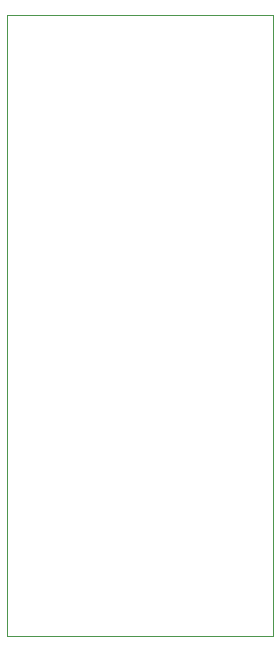
<source format=gko>
G04 #@! TF.GenerationSoftware,KiCad,Pcbnew,5.1.4*
G04 #@! TF.CreationDate,2019-09-02T18:10:03+03:00*
G04 #@! TF.ProjectId,bluepill_stlink,626c7565-7069-46c6-9c5f-73746c696e6b,rev?*
G04 #@! TF.SameCoordinates,Original*
G04 #@! TF.FileFunction,Profile,NP*
%FSLAX46Y46*%
G04 Gerber Fmt 4.6, Leading zero omitted, Abs format (unit mm)*
G04 Created by KiCad (PCBNEW 5.1.4) date 2019-09-02 18:10:03*
%MOMM*%
%LPD*%
G04 APERTURE LIST*
%ADD10C,0.050000*%
G04 APERTURE END LIST*
D10*
X21767800Y-76073000D02*
X21767800Y-75565000D01*
X44272200Y-76073000D02*
X21767800Y-76073000D01*
X44272200Y-75565000D02*
X44272200Y-76073000D01*
X44272200Y-23495000D02*
X33020000Y-23495000D01*
X44272200Y-75565000D02*
X44272200Y-23495000D01*
X21767800Y-23495000D02*
X21767800Y-75565000D01*
X33020000Y-23495000D02*
X21767800Y-23495000D01*
M02*

</source>
